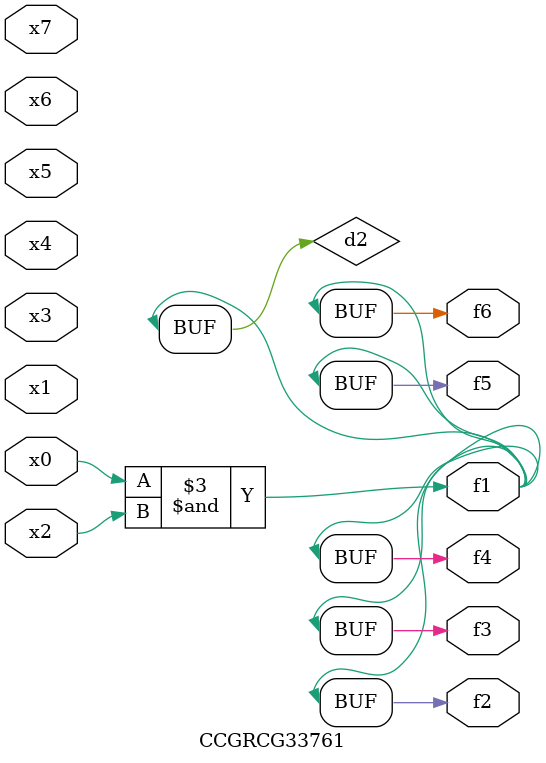
<source format=v>
module CCGRCG33761(
	input x0, x1, x2, x3, x4, x5, x6, x7,
	output f1, f2, f3, f4, f5, f6
);

	wire d1, d2;

	nor (d1, x3, x6);
	and (d2, x0, x2);
	assign f1 = d2;
	assign f2 = d2;
	assign f3 = d2;
	assign f4 = d2;
	assign f5 = d2;
	assign f6 = d2;
endmodule

</source>
